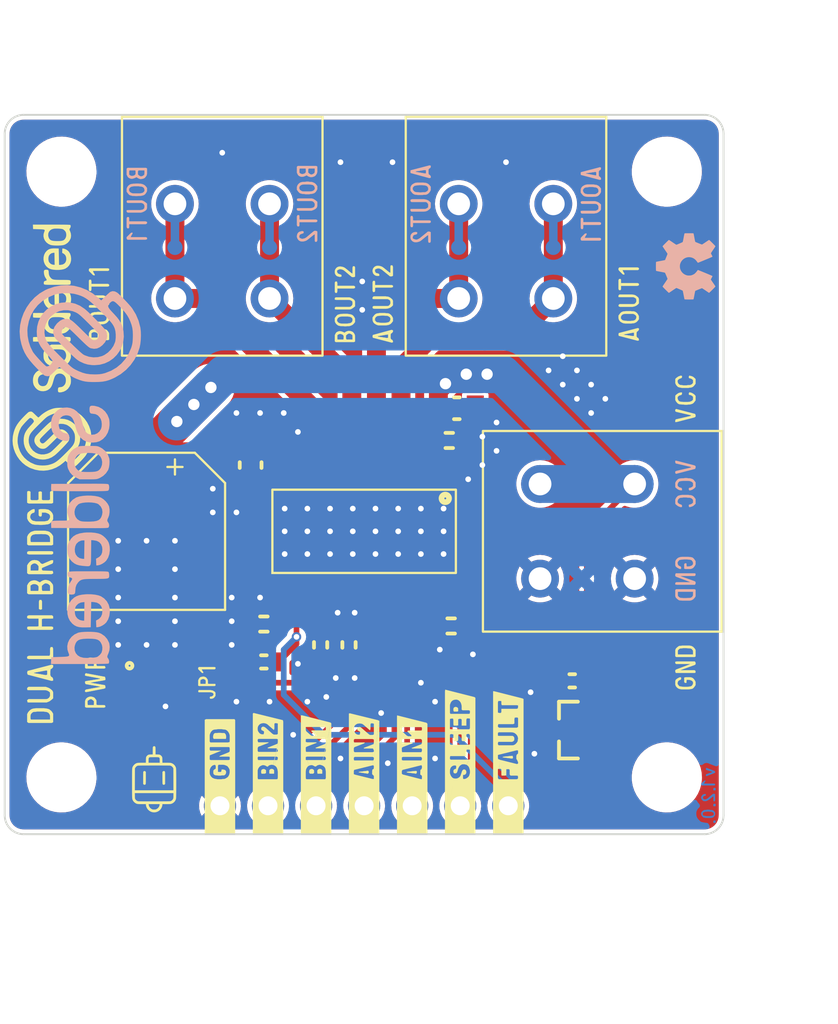
<source format=kicad_pcb>
(kicad_pcb (version 20211014) (generator pcbnew)
  (title_block (title "Dual H-bridge DRV8424PPWPR") (date "2022-12-13") (rev "V1.2.0.") (company "SOLDERED") (comment 1 "333160"))
  (layers (0 "F.Cu" signal) (31 "B.Cu" signal) (34 "B.Paste" user) (35 "F.Paste" user) (36 "B.SilkS" user "B.Silkscreen") (37 "F.SilkS" user "F.Silkscreen") (38 "B.Mask" user) (39 "F.Mask" user) (44 "Edge.Cuts" user))
  (net 0 "")
  (net 1 "VIN")
  (net 2 "GND")
  (net 3 "5V")
  (net 4 "Net-(C6-Pad2)")
  (net 5 "Net-(C6-Pad1)")
  (net 6 "Net-(D1-Pad1)")
  (net 7 "Net-(C4-Pad2)")
  (net 8 "AOUT1")
  (net 9 "AOUT2")
  (net 10 "BOUT2")
  (net 11 "BOUT1")
  (net 12 "~{SLEEP}")
  (net 13 "AIN1")
  (net 14 "AIN2")
  (net 15 "BIN1")
  (net 16 "BIN2")
  (net 17 "~{FAULT}")
  (net 18 "Net-(R3-Pad1)")
  (net 19 "Net-(JP1-Pad2)")
  (footprint "buzzardLabel" (layer "F.Cu") (at 124.08 130.4 90)
    (fp_text reference "" (at 0 0 90) (layer "F.SilkS") (effects (font (size 1.27 1.27))))
    (fp_text value "" (at 0 0 90) (layer "F.SilkS") (effects (font (size 1.27 1.27))))
  )
  (footprint "buzzardLabel" (layer "F.Cu") (at 118 102 90)
    (fp_text reference "" (at 0 0 90) (layer "F.SilkS") (effects (font (size 1.27 1.27))))
    (fp_text value "" (at 0 0 90) (layer "F.SilkS") (effects (font (size 1.27 1.27))))
  )
  (footprint "e-radionica.com footprinti:HOLE_3.2mm" (layer "F.Cu") (at 103 127)
    (fp_text reference "H2" hide)
    (fp_text value "HOLE_3.2mm" hide)
    (pad "" np_thru_hole circle locked (at 0 0) (size 3.2 3.2) (drill 3.2) (layers F&B.Cu *.Mask))
  )
  (footprint "buzzardLabel" (layer "F.Cu") (at 113.92 130.4 90)
    (fp_text reference "" (at 0 0 90) (layer "F.SilkS") (effects (font (size 1.27 1.27))))
    (fp_text value "" (at 0 0 90) (layer "F.SilkS") (effects (font (size 1.27 1.27))))
  )
  (footprint "e-radionica.com footprinti:0402LED" (layer "F.Cu") (at 106 122 90)
    (fp_text reference "D1")
    (fp_text value "purple")
    (pad "1" smd rect locked (at -0.55 0 180) (size 0.75 0.45) (layers "F.Cu" "F.Paste" "F.Mask") (net 6 "Net-(D1-Pad1)"))
    (pad "2" smd rect locked (at 0.55 0 180) (size 0.75 0.45) (layers "F.Cu" "F.Paste" "F.Mask") (net 2 "GND"))
  )
  (footprint "e-radionica.com footprinti:0402R" (layer "F.Cu") (at 107.5 122 -90)
    (fp_text reference "R1")
    (fp_text value "2k2")
    (pad "1" smd rect locked (at -0.5 0) (size 0.64 0.54) (layers "F.Cu" "F.Paste" "F.Mask") (net 19 "Net-(JP1-Pad2)"))
    (pad "2" smd rect locked (at 0.5 0) (size 0.64 0.54) (layers "F.Cu" "F.Paste" "F.Mask") (net 6 "Net-(D1-Pad1)"))
  )
  (footprint "buzzardLabel" (layer "F.Cu") (at 121.54 130.4 90)
    (fp_text reference "" (at 0 0 90) (layer "F.SilkS") (effects (font (size 1.27 1.27))))
    (fp_text value "" (at 0 0 90) (layer "F.SilkS") (effects (font (size 1.27 1.27))))
  )
  (footprint "e-radionica.com footprinti:FIDUCIAL_23" (layer "F.Cu") (at 135.8 114)
    (fp_text reference "FD1")
    (fp_text value "FIDUCIAL")
    (fp_circle (center 0 0) (end 1 0) (layer "F.Cu") (width 0.2) (fill none))
    (pad "1" smd circle locked (at 0 0) (size 1 1) (layers "F.Cu" "F.Paste" "F.Mask") (clearance 1.1))
  )
  (footprint "e-radionica.com footprinti:HTSSOP-28" (layer "F.Cu") (at 119 114 -90)
    (fp_text reference "U1")
    (fp_text value "DRV8424PPWPR")
    (pad "1" smd rect (at -2.9 -4.225 270) (size 1.5 0.45) (layers "F.Cu" "F.Paste" "F.Mask") (net 7 "Net-(C4-Pad2)"))
    (pad "2" smd rect (at -2.9 -3.575 270) (size 1.5 0.45) (layers "F.Cu" "F.Paste" "F.Mask") (net 1 "VIN"))
    (pad "3" smd rect (at -2.9 -2.925 270) (size 1.5 0.45) (layers "F.Cu" "F.Paste" "F.Mask") (net 2 "GND"))
    (pad "4" smd rect (at -2.9 -2.275 270) (size 1.5 0.45) (layers "F.Cu" "F.Paste" "F.Mask") (net 8 "AOUT1"))
    (pad "5" smd rect (at -2.9 -1.625 270) (size 1.5 0.45) (layers "F.Cu" "F.Paste" "F.Mask") (net 8 "AOUT1"))
    (pad "6" smd rect (at -2.9 -0.975 270) (size 1.5 0.45) (layers "F.Cu" "F.Paste" "F.Mask") (net 9 "AOUT2"))
    (pad "7" smd rect (at -2.9 -0.325 270) (size 1.5 0.45) (layers "F.Cu" "F.Paste" "F.Mask") (net 9 "AOUT2"))
    (pad "8" smd rect (at -2.9 0.325 270) (size 1.5 0.45) (layers "F.Cu" "F.Paste" "F.Mask") (net 10 "BOUT2"))
    (pad "9" smd rect (at -2.9 0.975 270) (size 1.5 0.45) (layers "F.Cu" "F.Paste" "F.Mask") (net 10 "BOUT2"))
    (pad "10" smd rect (at -2.9 1.625 270) (size 1.5 0.45) (layers "F.Cu" "F.Paste" "F.Mask") (net 11 "BOUT1"))
    (pad "11" smd rect (at -2.9 2.275 270) (size 1.5 0.45) (layers "F.Cu" "F.Paste" "F.Mask") (net 11 "BOUT1"))
    (pad "12" smd rect (at -2.9 2.925 270) (size 1.5 0.45) (layers "F.Cu" "F.Paste" "F.Mask") (net 2 "GND"))
    (pad "13" smd rect (at -2.9 3.575 270) (size 1.5 0.45) (layers "F.Cu" "F.Paste" "F.Mask") (net 1 "VIN"))
    (pad "14" smd rect (at -2.9 4.225 270) (size 1.5 0.45) (layers "F.Cu" "F.Paste" "F.Mask") (net 2 "GND"))
    (pad "15" smd rect (at 2.9 4.225 270) (size 1.5 0.45) (layers "F.Cu" "F.Paste" "F.Mask") (net 3 "5V"))
    (pad "16" smd rect (at 2.9 3.575 270) (size 1.5 0.45) (layers "F.Cu" "F.Paste" "F.Mask") (net 17 "~{FAULT}"))
    (pad "17" smd rect (at 2.9 2.925 270) (size 1.5 0.45) (layers "F.Cu" "F.Paste" "F.Mask") (net 18 "Net-(R3-Pad1)"))
    (pad "18" smd rect (at 2.9 2.275 270) (size 1.5 0.45) (layers "F.Cu" "F.Paste" "F.Mask") (net 18 "Net-(R3-Pad1)"))
    (pad "19" smd rect (at 2.9 1.625 270) (size 1.5 0.45) (layers "F.Cu" "F.Paste" "F.Mask") (net 2 "GND"))
    (pad "20" smd rect (at 2.9 0.975 270) (size 1.5 0.45) (layers "F.Cu" "F.Paste" "F.Mask") (net 2 "GND"))
    (pad "21" smd rect (at 2.9 0.325 270) (size 1.5 0.45) (layers "F.Cu" "F.Paste" "F.Mask") (net 2 "GND"))
    (pad "22" smd rect (at 2.9 -0.325 270) (size 1.5 0.45) (layers "F.Cu" "F.Paste" "F.Mask") (net 16 "BIN2"))
    (pad "23" smd rect (at 2.9 -0.975 270) (size 1.5 0.45) (layers "F.Cu" "F.Paste" "F.Mask") (net 15 "BIN1"))
    (pad "24" smd rect (at 2.9 -1.625 270) (size 1.5 0.45) (layers "F.Cu" "F.Paste" "F.Mask") (net 14 "AIN2"))
    (pad "25" smd rect (at 2.9 -2.275 270) (size 1.5 0.45) (layers "F.Cu" "F.Paste" "F.Mask") (net 13 "AIN1"))
    (pad "26" smd rect (at 2.9 -2.925 270) (size 1.5 0.45) (layers "F.Cu" "F.Paste" "F.Mask") (net 12 "~{SLEEP}"))
    (pad "27" smd rect (at 2.9 -3.575 270) (size 1.5 0.45) (layers "F.Cu" "F.Paste" "F.Mask") (net 5 "Net-(C6-Pad1)"))
    (pad "28" smd rect (at 2.9 -4.225 270) (size 1.5 0.45) (layers "F.Cu" "F.Paste" "F.Mask") (net 4 "Net-(C6-Pad2)"))
    (pad "29" thru_hole circle (at -1.2 0.6 270) (size 0.5 0.5) (drill 0.3) (layers *.Cu) (net 2 "GND"))
    (pad "29" thru_hole circle (at 1.2 -3 270) (size 0.5 0.5) (drill 0.3) (layers *.Cu) (net 2 "GND"))
    (pad "29" thru_hole circle (at 1.2 0.6 270) (size 0.5 0.5) (drill 0.3) (layers *.Cu) (net 2 "GND"))
    (pad "29" thru_hole circle (at 0 -3 270) (size 0.5 0.5) (drill 0.3) (layers *.Cu) (net 2 "GND"))
    (pad "29" thru_hole circle (at -1.2 1.8 270) (size 0.5 0.5) (drill 0.3) (layers *.Cu) (net 2 "GND"))
    (pad "29" thru_hole circle (at -1.2 3 270) (size 0.5 0.5) (drill 0.3) (layers *.Cu) (net 2 "GND"))
    (pad "29" thru_hole circle (at 0 -0.6 270) (size 0.5 0.5) (drill 0.3) (layers *.Cu) (net 2 "GND"))
    (pad "29" thru_hole circle (at 1.2 4.2 270) (size 0.5 0.5) (drill 0.3) (layers *.Cu) (net 2 "GND"))
    (pad "29" thru_hole circle (at 1.2 -4.2 270) (size 0.5 0.5) (drill 0.3) (layers *.Cu) (net 2 "GND"))
    (pad "29" thru_hole circle (at -1.2 4.2 270) (size 0.5 0.5) (drill 0.3) (layers *.Cu) (net 2 "GND"))
    (pad "29" thru_hole circle (at -1.2 -1.8 270) (size 0.5 0.5) (drill 0.3) (layers *.Cu) (net 2 "GND"))
    (pad "29" thru_hole circle (at 0 4.2 270) (size 0.5 0.5) (drill 0.3) (layers *.Cu) (net 2 "GND"))
    (pad "29" thru_hole circle (at 0 3 270) (size 0.5 0.5) (drill 0.3) (layers *.Cu) (net 2 "GND"))
    (pad "29" smd rect (at 0 0 270) (size 3.1 4.05) (layers "F.Cu" "F.Paste" "F.Mask") (net 2 "GND"))
    (pad "29" thru_hole circle (at 1.2 1.8 270) (size 0.5 0.5) (drill 0.3) (layers *.Cu) (net 2 "GND"))
    (pad "29" thru_hole circle (at 0 0.6 270) (size 0.5 0.5) (drill 0.3) (layers *.Cu) (net 2 "GND"))
    (pad "29" thru_hole circle (at 0 -1.8 270) (size 0.5 0.5) (drill 0.3) (layers *.Cu) (net 2 "GND"))
    (pad "29" thru_hole circle (at 0 1.8 270) (size 0.5 0.5) (drill 0.3) (layers *.Cu) (net 2 "GND"))
    (pad "29" thru_hole circle (at -1.2 -0.6 270) (size 0.5 0.5) (drill 0.3) (layers *.Cu) (net 2 "GND"))
    (pad "29" thru_hole circle (at -1.2 -3 270) (size 0.5 0.5) (drill 0.3) (layers *.Cu) (net 2 "GND"))
    (pad "29" thru_hole circle (at 0 -4.2 270) (size 0.5 0.5) (drill 0.3) (layers *.Cu) (net 2 "GND"))
    (pad "29" thru_hole circle (at 1.2 3 270) (size 0.5 0.5) (drill 0.3) (layers *.Cu) (net 2 "GND"))
    (pad "29" thru_hole circle (at 1.2 -0.6 270) (size 0.5 0.5) (drill 0.3) (layers *.Cu) (net 2 "GND"))
    (pad "29" thru_hole circle (at -1.2 -4.2 270) (size 0.5 0.5) (drill 0.3) (layers *.Cu) (net 2 "GND"))
    (pad "29" thru_hole circle (at 1.2 -1.8 270) (size 0.5 0.5) (drill 0.3) (layers *.Cu) (net 2 "GND"))
  )
  (footprint "buzzardLabel" (layer "F.Cu") (at 116.46 130.4 90)
    (fp_text reference "" (at 0 0 90) (layer "F.SilkS") (effects (font (size 1.27 1.27))))
    (fp_text value "" (at 0 0 90) (layer "F.SilkS") (effects (font (size 1.27 1.27))))
  )
  (footprint "e-radionica.com footprinti:HOLE_3.2mm" (layer "F.Cu") (at 135 127)
    (fp_text reference "H3" hide)
    (fp_text value "HOLE_3.2mm" hide)
    (pad "" np_thru_hole circle locked (at 0 0) (size 3.2 3.2) (drill 3.2) (layers F&B.Cu *.Mask))
  )
  (footprint "e-radionica.com footprinti:0603C" (layer "F.Cu") (at 123.6 119)
    (fp_text reference "C6")
    (fp_text value "C1608X7R2A223K080AA")
    (pad "1" smd rect locked (at -0.73 0) (size 0.66 1) (layers "F.Cu" "F.Paste" "F.Mask") (net 5 "Net-(C6-Pad1)"))
    (pad "2" smd rect locked (at 0.73 0) (size 0.66 1) (layers "F.Cu" "F.Paste" "F.Mask") (net 4 "Net-(C6-Pad2)"))
  )
  (footprint "Soldered Graphics:Logo-Back-OSH-3.5mm" (layer "F.Cu") (at 136 100 90)
    (fp_text reference "G***" hide)
    (fp_text value "LOGO" hide)
  )
  (footprint "e-radionica.com footprinti:0603R" (layer "F.Cu") (at 118.2 120 90)
    (fp_text reference "R4")
    (fp_text value "10k")
    (pad "1" smd rect locked (at -0.775 0 180) (size 1 0.64) (layers "F.Cu" "F.Paste" "F.Mask") (net 2 "GND"))
    (pad "2" smd rect locked (at 0.775 0 180) (size 1 0.64) (layers "F.Cu" "F.Paste" "F.Mask") (net 18 "Net-(R3-Pad1)"))
  )
  (footprint "buzzardLabel" (layer "F.Cu") (at 104.8 122 90)
    (fp_text reference "" (at 0 0 90) (layer "F.SilkS") (effects (font (size 1.27 1.27))))
    (fp_text value "" (at 0 0 90) (layer "F.SilkS") (effects (font (size 1.27 1.27))))
  )
  (footprint "Soldered Graphics:Symbol-Front-Motor" (layer "F.Cu") (at 107.9 127.1 180)
    (fp_text reference "G***" hide)
    (fp_text value "LOGO" hide)
  )
  (footprint "buzzardLabel" (layer "F.Cu") (at 101.9 118 90)
    (fp_text reference "" (at 0 0 90) (layer "F.SilkS") (effects (font (size 1.27 1.27))))
    (fp_text value "" (at 0 0 90) (layer "F.SilkS") (effects (font (size 1.27 1.27))))
  )
  (footprint "e-radionica.com footprinti:0603R" (layer "F.Cu") (at 116.7 120 -90)
    (fp_text reference "R3")
    (fp_text value "5k1")
    (pad "1" smd rect locked (at -0.775 0) (size 1 0.64) (layers "F.Cu" "F.Paste" "F.Mask") (net 18 "Net-(R3-Pad1)"))
    (pad "2" smd rect locked (at 0.775 0) (size 1 0.64) (layers "F.Cu" "F.Paste" "F.Mask") (net 3 "5V"))
  )
  (footprint "buzzardLabel" (layer "F.Cu") (at 136 107 90)
    (fp_text reference "" (at 0 0 90) (layer "F.SilkS") (effects (font (size 1.27 1.27))))
    (fp_text value "" (at 0 0 90) (layer "F.SilkS") (effects (font (size 1.27 1.27))))
  )
  (footprint "buzzardLabel" (layer "F.Cu") (at 110.7 122 90)
    (fp_text reference "" (at 0 0 90) (layer "F.SilkS") (effects (font (size 1.27 1.27))))
    (fp_text value "" (at 0 0 90) (layer "F.SilkS") (effects (font (size 1.27 1.27))))
  )
  (footprint "e-radionica.com footprinti:HOLE_3.2mm" (layer "F.Cu") (at 103 95)
    (fp_text reference "H1" hide)
    (fp_text value "HOLE_3.2mm" hide)
    (pad "" np_thru_hole circle locked (at 0 0) (size 3.2 3.2) (drill 3.2) (layers F&B.Cu *.Mask))
  )
  (footprint "e-radionica.com footprinti:SMD-JUMPER-CONNECTED_TRACE_SLODERMASK" (layer "F.Cu") (at 109.5 122 90)
    (fp_text reference "JP1")
    (fp_text value "SMD-JUMPER-CONNECTED_TRACE_SLODERMASK")
    (fp_poly (pts (xy 0.1 0.1) (xy -0.1 0.1) (xy -0.1 -0.1) (xy 0.1 -0.1)) (layer "F.Cu") (width 0.1) (fill solid))
    (pad "1" smd rect locked (at -0.35 0 90) (size 0.5 1) (layers "F.Cu" "F.Mask") (net 1 "VIN"))
    (pad "2" smd rect locked (at 0.35 0 90) (size 0.5 1) (layers "F.Cu" "F.Mask") (net 19 "Net-(JP1-Pad2)"))
  )
  (footprint "buzzardLabel" (layer "F.Cu") (at 133 102 90)
    (fp_text reference "" (at 0 0 90) (layer "F.SilkS") (effects (font (size 1.27 1.27))))
    (fp_text value "" (at 0 0 90) (layer "F.SilkS") (effects (font (size 1.27 1.27))))
  )
  (footprint "Soldered Graphics:Logo-Front-SolderedFULL-13mm" (layer "F.Cu") (at 102.5 104.3 90)
    (fp_text reference "REF**" hide)
    (fp_text value "Logo-Front-SolderedFULL-13mm" hide)
  )
  (footprint "e-radionica.com footprinti:ELECTROLITIC_CAP_8x8x14.5" (layer "F.Cu") (at 107.5 114 -90)
    (fp_text reference "C2")
    (fp_text value "VKMD1451K101MV")
    (pad "1" smd rect (at -3.3 0) (size 1.2 3.4) (layers "F.Cu" "F.Paste" "F.Mask") (net 1 "VIN"))
    (pad "2" smd rect (at 3.3 0) (size 1.2 3.4) (layers "F.Cu" "F.Paste" "F.Mask") (net 2 "GND"))
  )
  (footprint "buzzardLabel" (layer "F.Cu") (at 136 121.2 90)
    (fp_text reference "" (at 0 0 90) (layer "F.SilkS") (effects (font (size 1.27 1.27))))
    (fp_text value "" (at 0 0 90) (layer "F.SilkS") (effects (font (size 1.27 1.27))))
  )
  (footprint "e-radionica.com footprinti:0805C" (layer "F.Cu") (at 123.9 107.5 180)
    (fp_text reference "C3")
    (fp_text value "08051C103KAT2A")
    (pad "1" smd rect locked (at -0.975 0 270) (size 1.35 0.9) (layers "F.Cu" "F.Paste" "F.Mask") (net 2 "GND"))
    (pad "2" smd rect locked (at 0.975 0 270) (size 1.35 0.9) (layers "F.Cu" "F.Paste" "F.Mask") (net 1 "VIN"))
  )
  (footprint "buzzardLabel" (layer "F.Cu") (at 119 130.4 90)
    (fp_text reference "" (at 0 0 90) (layer "F.SilkS") (effects (font (size 1.27 1.27))))
    (fp_text value "" (at 0 0 90) (layer "F.SilkS") (effects (font (size 1.27 1.27))))
  )
  (footprint "buzzardLabel" (layer "F.Cu") (at 126.62 130.4 90)
    (fp_text reference "" (at 0 0 90) (layer "F.SilkS") (effects (font (size 1.27 1.27))))
    (fp_text value "" (at 0 0 90) (layer "F.SilkS") (effects (font (size 1.27 1.27))))
  )
  (footprint "buzzardLabel" (layer "F.Cu") (at 111.38 130.4 90)
    (fp_text reference "" (at 0 0 90) (layer "F.SilkS") (effects (font (size 1.27 1.27))))
    (fp_text value "" (at 0 0 90) (layer "F.SilkS") (effects (font (size 1.27 1.27))))
  )
  (footprint "e-radionica.com footprinti:0603R" (layer "F.Cu") (at 130 121.9)
    (fp_text reference "R5")
    (fp_text value "10k")
    (pad "1" smd rect locked (at -0.775 0 90) (size 1 0.64) (layers "F.Cu" "F.Paste" "F.Mask") (net 12 "~{SLEEP}"))
    (pad "2" smd rect locked (at 0.775 0 90) (size 1 0.64) (layers "F.Cu" "F.Paste" "F.Mask") (net 1 "VIN"))
  )
  (footprint "e-radionica.com footprinti:0603C" (layer "F.Cu") (at 113.7 118.9)
    (fp_text reference "C5")
    (fp_text value "100nF")
    (pad "1" smd rect locked (at -0.73 0) (size 0.66 1) (layers "F.Cu" "F.Paste" "F.Mask") (net 2 "GND"))
    (pad "2" smd rect locked (at 0.73 0) (size 0.66 1) (layers "F.Cu" "F.Paste" "F.Mask") (net 3 "5V"))
  )
  (footprint "e-radionica.com footprinti:HOLE_3.2mm" (layer "F.Cu") (at 135 95)
    (fp_text reference "H4" hide)
    (fp_text value "HOLE_3.2mm" hide)
    (pad "" np_thru_hole circle locked (at 0 0) (size 3.2 3.2) (drill 3.2) (layers F&B.Cu *.Mask))
  )
  (footprint "e-radionica.com footprinti:SOT-23-3" (layer "F.Cu") (at 130 124.5 180)
    (fp_text reference "D2")
    (fp_text value "MMBZ5226BLT1G")
    (pad "1" smd rect locked (at -1.2 -0.95 270) (size 0.6 1) (layers "F.Cu" "F.Paste" "F.Mask") (net 2 "GND"))
    (pad "2" smd rect locked (at -1.2 0.95 270) (size 0.6 1) (layers "F.Cu" "F.Paste" "F.Mask"))
    (pad "3" smd rect locked (at 1.2 0 270) (size 0.6 1) (layers "F.Cu" "F.Paste" "F.Mask") (net 12 "~{SLEEP}"))
  )
  (footprint "Soldered Graphics:Logo-Back-SolderedFULL-20mm" (layer "F.Cu") (at 104 111 90)
    (fp_text reference "REF**" hide)
    (fp_text value "Logo-Front-SolderedFULL-20mm" hide)
  )
  (footprint "e-radionica.com footprinti:0603R" (layer "F.Cu") (at 113.7 120.9 180)
    (fp_text reference "R2")
    (fp_text value "10k")
    (pad "1" smd rect locked (at -0.775 0 270) (size 1 0.64) (layers "F.Cu" "F.Paste" "F.Mask") (net 17 "~{FAULT}"))
    (pad "2" smd rect locked (at 0.775 0 270) (size 1 0.64) (layers "F.Cu" "F.Paste" "F.Mask") (net 3 "5V"))
  )
  (footprint "buzzardLabel" (layer "F.Cu") (at 120 102 90)
    (fp_text reference "" (at 0 0 90) (layer "F.SilkS") (effects (font (size 1.27 1.27))))
    (fp_text value "" (at 0 0 90) (layer "F.SilkS") (effects (font (size 1.27 1.27))))
  )
  (footprint "e-radionica.com footprinti:TERMINAL_KF235-5.0-2P" (layer "F.Cu") (at 126.5 99.2 180)
    (fp_text reference "K2")
    (fp_text value "TERMINAL_KF235-5.0-2P")
    (pad "1" thru_hole circle locked (at 2.5 2.5 180) (size 2 2) (drill 1.2) (layers *.Cu *.Mask) (net 9 "AOUT2"))
    (pad "1" thru_hole circle locked (at 2.5 -2.5 180) (size 2 2) (drill 1.2) (layers *.Cu *.Mask) (net 9 "AOUT2"))
    (pad "2" thru_hole circle locked (at -2.5 2.5 180) (size 2 2) (drill 1.2) (layers *.Cu *.Mask) (net 8 "AOUT1"))
    (pad "2" thru_hole circle locked (at -2.5 -2.5 180) (size 2 2) (drill 1.2) (layers *.Cu *.Mask) (net 8 "AOUT1"))
  )
  (footprint "e-radionica.com footprinti:TERMINAL_KF235-5.0-2P" (layer "F.Cu") (at 111.5 99.2 180)
    (fp_text reference "K3")
    (fp_text value "TERMINAL_KF235-5.0-2P")
    (pad "1" thru_hole circle (at 2.5 2.5 180) (size 2 2) (drill 1.2) (layers *.Cu *.Mask) (net 11 "BOUT1"))
    (pad "1" thru_hole circle (at 2.5 -2.5 180) (size 2 2) (drill 1.2) (layers *.Cu *.Mask) (net 11 "BOUT1"))
    (pad "2" thru_hole circle (at -2.5 2.5 180) (size 2 2) (drill 1.2) (layers *.Cu *.Mask) (net 10 "BOUT2"))
    (pad "2" thru_hole circle (at -2.5 -2.5 180) (size 2 2) (drill 1.2) (layers *.Cu *.Mask) (net 10 "BOUT2"))
  )
  (footprint "e-radionica.com footprinti:0805C" (layer "F.Cu") (at 113 110.5 90)
    (fp_text reference "C1")
    (fp_text value "08051C103KAT2A")
    (pad "1" smd rect locked (at -0.975 0 180) (size 1.35 0.9) (layers "F.Cu" "F.Paste" "F.Mask") (net 2 "GND"))
    (pad "2" smd rect locked (at 0.975 0 180) (size 1.35 0.9) (layers "F.Cu" "F.Paste" "F.Mask") (net 1 "VIN"))
  )
  (footprint "e-radionica.com footprinti:TERMINAL_KF235-5.0-2P" (layer "F.Cu") (at 130.8 114 90)
    (fp_text reference "K1")
    (fp_text value "TERMINAL_KF235-5.0-2P")
    (pad "1" thru_hole circle locked (at 2.5 2.5 90) (size 2 2) (drill 1.2) (layers *.Cu *.Mask) (net 1 "VIN"))
    (pad "1" thru_hole circle locked (at 2.5 -2.5 90) (size 2 2) (drill 1.2) (layers *.Cu *.Mask) (net 1 "VIN"))
    (pad "2" thru_hole circle locked (at -2.5 -2.5 90) (size 2 2) (drill 1.2) (layers *.Cu *.Mask) (net 2 "GND"))
    (pad "2" thru_hole circle locked (at -2.5 2.5 90) (size 2 2) (drill 1.2) (layers *.Cu *.Mask) (net 2 "GND"))
  )
  (footprint "buzzardLabel" (layer "F.Cu") (at 105 102 90)
    (fp_text reference "" (at 0 0 90) (layer "F.SilkS") (effects (font (size 1.27 1.27))))
    (fp_text value "" (at 0 0 90) (layer "F.SilkS") (effects (font (size 1.27 1.27))))
  )
  (footprint "e-radionica.com footprinti:0603C" (layer "F.Cu") (at 123.5 109.2)
    (fp_text reference "C4")
    (fp_text value "AC0603KRX7R9BB224")
    (pad "1" smd rect locked (at -0.73 0) (size 0.66 1) (layers "F.Cu" "F.Paste" "F.Mask") (net 1 "VIN"))
    (pad "2" smd rect locked (at 0.73 0) (size 0.66 1) (layers "F.Cu" "F.Paste" "F.Mask") (net 7 "Net-(C4-Pad2)"))
  )
  (footprint "buzzardLabel" (layer "B.Cu") (at 122 96.7 -90)
    (fp_text reference "" (at 0 0 90) (layer "B.SilkS") (effects (font (size 1.27 1.27)) (justify mirror)))
    (fp_text value "" (at 0 0 90) (layer "B.SilkS") (effects (font (size 1.27 1.27)) (justify mirror)))
  )
  (footprint "buzzardLabel" (layer "B.Cu") (at 116 96.7 -90)
    (fp_text reference "" (at 0 0 90) (layer "B.SilkS") (effects (font (size 1.27 1.27)) (justify mirror)))
    (fp_text value "" (at 0 0 90) (layer "B.SilkS") (effects (font (size 1.27 1.27)) (justify mirror)))
  )
  (footprint "buzzardLabel" (layer "B.Cu") (at 136 111.5 -90)
    (fp_text reference "" (at 0 0 90) (layer "B.SilkS") (effects (font (size 1.27 1.27)) (justify mirror)))
    (fp_text value "" (at 0 0 90) (layer "B.SilkS") (effects (font (size 1.27 1.27)) (justify mirror)))
  )
  (footprint "e-radionica.com footprinti:Test_Point_SMD_0.8mm" (layer "B.Cu") (at 130.5 116.5 180)
    (fp_text reference "K17")
    (fp_text value "Test_Point_SMD_0.8mm")
    (pad "TP" smd circle (at 0 0 180) (size 0.8 0.8) (layers "B.Cu" "B.Paste" "B.Mask") (net 2 "GND"))
  )
  (footprint "e-radionica.com footprinti:Test_Point_SMD_0.8mm" (layer "B.Cu") (at 124 99 180)
    (fp_text reference "K11")
    (fp_text value "Test_Point_SMD_0.8mm")
    (pad "TP" smd circle (at 0 0 180) (size 0.8 0.8) (layers "B.Cu" "B.Paste" "B.Mask") (net 9 "AOUT2"))
  )
  (footprint "buzzardLabel" (layer "B.Cu") (at 131 96.7 -90)
    (fp_text reference "" (at 0 0 90) (layer "B.SilkS") (effects (font (size 1.27 1.27)) (justify mirror)))
    (fp_text value "" (at 0 0 90) (layer "B.SilkS") (effects (font (size 1.27 1.27)) (justify mirror)))
  )
  (footprint "e-radionica.com footprinti:Test_Point_SMD_0.8mm" (layer "B.Cu") (at 109 99 180)
    (fp_text reference "K10")
    (fp_text value "Test_Point_SMD_0.8mm")
    (pad "TP" smd circle (at 0 0 180) (size 0.8 0.8) (layers "B.Cu" "B.Paste" "B.Mask") (net 11 "BOUT1"))
  )
  (footprint "buzzardLabel" (layer "B.Cu") (at 136 116.5 -90)
    (fp_text reference "" (at 0 0 90) (layer "B.SilkS") (effects (font (size 1.27 1.27)) (justify mirror)))
    (fp_text value "" (at 0 0 90) (layer "B.SilkS") (effects (font (size 1.27 1.27)) (justify mirror)))
  )
  (footprint "e-radionica.com footprinti:Test_Point_SMD_0.8mm" (layer "B.Cu") (at 129 99 180)
    (fp_text reference "K12")
    (fp_text value "Test_Point_SMD_0.8mm")
    (pad "TP" smd circle (at 0 0 180) (size 0.8 0.8) (layers "B.Cu" "B.Paste" "B.Mask") (net 8 "AOUT1"))
  )
  (footprint "buzzardLabel" (layer "B.Cu") (at 107 96.7 -90)
    (fp_text reference "" (at 0 0 90) (layer "B.SilkS") (effects (font (size 1.27 1.27)) (justify mirror)))
    (fp_text value "" (at 0 0 90) (layer "B.SilkS") (effects (font (size 1.27 1.27)) (justify mirror)))
  )
  (footprint "e-radionica.com footprinti:HEADER_MALE_7X1" (layer "B.Cu") (at 119 128.5)
    (fp_text reference "K4")
    (fp_text value "HEADER_MALE_7X1")
    (pad "1" thru_hole circle locked (at -7.62 0) (size 1.7 1.7) (drill 1) (layers *.Cu *.Mask) (net 2 "GND"))
    (pad "2" thru_hole circle locked (at -5.08 0) (size 1.7 1.7) (drill 1) (layers *.Cu *.Mask) (net 16 "BIN2"))
    (pad "3" thru_hole circle locked (at -2.54 0) (size 1.7 1.7) (drill 1) (layers *.Cu *.Mask) (net 15 "BIN1"))
    (pad "4" thru_hole circle locked (at 0 0) (size 1.7 1.7) (drill 1) (layers *.Cu *.Mask) (net 14 "AIN2"))
    (pad "5" thru_hole circle locked (at 2.54 0) (size 1.7 1.7) (drill 1) (layers *.Cu *.Mask) (net 13 "AIN1"))
    (pad "6" thru_hole circle locked (at 5.08 0) (size 1.7 1.7) (drill 1) (layers *.Cu *.Mask) (net 12 "~{SLEEP}"))
    (pad "7" thru_hole circle locked (at 7.62 0) (size 1.7 1.7) (drill 1) (layers *.Cu *.Mask) (net 17 "~{FAULT}"))
  )
  (footprint "e-radionica.com footprinti:Test_Point_SMD_0.8mm" (layer "B.Cu") (at 114 99 180)
    (fp_text reference "K9")
    (fp_text value "Test_Point_SMD_0.8mm")
    (pad "TP" smd circle (at 0 0 180) (size 0.8 0.8) (layers "B.Cu" "B.Paste" "B.Mask") (net 10 "BOUT2"))
  )
  (footprint "e-radionica.com footprinti:Test_Point_SMD_0.8mm" (layer "B.Cu") (at 130.5 111.5 180)
    (fp_text reference "K13")
    (fp_text value "Test_Point_SMD_0.8mm")
    (pad "TP" smd circle (at 0 0 180) (size 0.8 0.8) (layers "B.Cu" "B.Paste" "B.Mask") (net 1 "VIN"))
  )
  (footprint "Soldered Graphics:Version1.2.0." (layer "B.Cu") (at 137.2 128 -90)
    (fp_text reference "REF**" hide)
    (fp_text value "Version1.2.0." hide)
    (fp_poly (pts (xy 0.41 -0.38) (xy 0.47 -0.38) (xy 0.52 -0.37) (xy 0.52 -0.33) (xy 0.52 -0.27) (xy 0.48 -0.26) (xy 0.43 -0.26) (xy 0.4 -0.29) (xy 0.4 -0.34) (xy 0.41 -0.38)) (layer "B.Cu") (width 0.01) (fill solid))
    (fp_poly (pts (xy -0.11 -0.35) (xy 0.22 -0.35) (xy 0.26 -0.33) (xy 0.26 -0.28) (xy 0.22 -0.27) (xy 0 -0.27) (xy 0.01 -0.23) (xy 0.18 -0.02) (xy 0.21 0.03) (xy 0.23 0.08) (xy 0.25 0.13) (xy 0.25 0.18) (xy 0.25 0.24) (xy 0.23 0.29) (xy 0.2 0.32) (xy 0.15 0.36) (xy 0.1 0.38) (xy 0.04 0.38) (xy -0.01 0.36) (xy -0.06 0.32) (xy -0.09 0.29) (xy -0.11 0.24) (xy -0.12 0.19) (xy -0.11 0.14) (xy -0.05 0.14) (xy -0.03 0.18) (xy -0.02 0.23) (xy 0.01 0.27) (xy 0.06 0.29) (xy 0.11 0.29) (xy 0.15 0.24) (xy 0.16 0.19) (xy 0.16 0.14) (xy 0.14 0.09) (xy 0.11 0.04) (xy -0.1 -0.21) (xy -0.13 -0.26) (xy -0.13 -0.31) (xy -0.11 -0.35)) (layer "B.Cu") (width 0.01) (fill solid))
    (fp_poly (pts (xy 0.92 -0.35) (xy 0.97 -0.35) (xy 1.03 -0.33) (xy 0.99 -0.28) (xy 0.89 -0.28) (xy 0.85 -0.25) (xy 0.83 -0.2) (xy 0.81 -0.15) (xy 0.81 -0.11) (xy 0.8 0.01) (xy 0.81 0.13) (xy 0.81 0.17) (xy 0.83 0.22) (xy 0.85 0.27) (xy 0.88 0.3) (xy 0.99 0.3) (xy 1.02 0.26) (xy 1.03 0.21) (xy 1.04 0.15) (xy 1.05 0.05) (xy 1.05 -0.08) (xy 1.04 -0.12) (xy 1.04 -0.17) (xy 1.02 -0.22) (xy 1 -0.27) (xy 0.99 -0.28) (xy 1.03 -0.32) (xy 1.07 -0.29) (xy 1.1 -0.26) (xy 1.12 -0.22) (xy 1.13 -0.16) (xy 1.14 -0.11) (xy 1.14 -0.06) (xy 1.14 0.06) (xy 1.14 0.12) (xy 1.13 0.17) (xy 1.12 0.22) (xy 1.11 0.27) (xy 1.08 0.3) (xy 1.04 0.34) (xy 0.99 0.37) (xy 0.94 0.38) (xy 0.88 0.38) (xy 0.82 0.35) (xy 0.78 0.31) (xy 0.76 0.28) (xy 0.73 0.23) (xy 0.72 0.18) (xy 0.72 0.13) (xy 0.71 0.08) (xy 0.71 -0.04) (xy 0.72 -0.1) (xy 0.72 -0.14) (xy 0.73 -0.2) (xy 0.75 -0.25) (xy 0.77 -0.28) (xy 0.81 -0.32) (xy 0.87 -0.35) (xy 0.92 -0.35)) (layer "B.Cu") (width 0.01) (fill solid))
    (fp_poly (pts (xy 1.29 -0.38) (xy 1.34 -0.38) (xy 1.39 -0.37) (xy 1.4 -0.33) (xy 1.4 -0.27) (xy 1.36 -0.26) (xy 1.31 -0.26) (xy 1.28 -0.29) (xy 1.28 -0.34) (xy 1.29 -0.38)) (layer "B.Cu") (width 0.01) (fill solid))
    (fp_poly (pts (xy -0.43 -0.38) (xy -0.37 -0.38) (xy -0.32 -0.37) (xy -0.32 -0.33) (xy -0.32 -0.27) (xy -0.36 -0.26) (xy -0.41 -0.26) (xy -0.44 -0.29) (xy -0.44 -0.34) (xy -0.43 -0.38)) (layer "B.Cu") (width 0.01) (fill solid))
    (fp_poly (pts (xy -0.65 -0.35) (xy -0.6 -0.35) (xy -0.58 -0.31) (xy -0.58 0.35) (xy -0.62 0.38) (xy -0.67 0.38) (xy -0.71 0.34) (xy -0.82 0.22) (xy -0.84 0.17) (xy -0.81 0.16) (xy -0.71 0.22) (xy -0.67 0.23) (xy -0.67 -0.31) (xy -0.65 -0.35)) (layer "B.Cu") (width 0.01) (fill solid))
    (fp_poly (pts (xy -1.31 -0.35) (xy -1.25 -0.35) (xy -1.23 -0.31) (xy -1.07 0.1) (xy -1.09 0.13) (xy -1.15 0.13) (xy -1.17 0.1) (xy -1.26 -0.16) (xy -1.28 -0.21) (xy -1.31 -0.17) (xy -1.39 0.09) (xy -1.42 0.13) (xy -1.47 0.13) (xy -1.5 0.1) (xy -1.34 -0.31) (xy -1.31 -0.35)) (layer "B.Cu") (width 0.01) (fill solid))
  )
  (gr_line (start 138 93) (end 138 129) (layer "Edge.Cuts") (width 0.1))
  (gr_arc (start 138 129) (mid 137.707107 129.707107) (end 137 130) (layer "Edge.Cuts") (width 0.1))
  (gr_arc (start 137 92) (mid 137.707107 92.292893) (end 138 93) (layer "Edge.Cuts") (width 0.1))
  (gr_line (start 137 130) (end 101 130) (layer "Edge.Cuts") (width 0.1))
  (gr_line (start 101 92) (end 137 92) (layer "Edge.Cuts") (width 0.1))
  (gr_arc (start 101 130) (mid 100.292893 129.707107) (end 100 129) (layer "Edge.Cuts") (width 0.1))
  (gr_arc (start 100 93) (mid 100.292893 92.292893) (end 101 92) (layer "Edge.Cuts") (width 0.1))
  (gr_line (start 100 129) (end 100 93) (layer "Edge.Cuts") (width 0.1))
  (segment (start 109.5 123.3) (end 108.8 124) (width 0.3) (layer "F.Cu") (net 1))
  (segment (start 113.025 109.5) (end 113 109.525) (width 0.45) (layer "F.Cu") (net 1))
  (segment (start 105.5 124) (end 104.4 122.9) (width 0.3) (layer "F.Cu") (net 1))
  (segment (start 122.575 111.1) (end 122.575 109.295) (width 0.45) (layer "F.Cu") (net 1))
  (segment (start 110.9 106.4) (end 107.5 109.8) (width 2) (layer "F.Cu") (net 1))
  (segment (start 114.8 109.5) (end 113.025 109.5) (width 0.45) (layer "F.Cu") (net 1))
  (segment (start 130.775 121.9) (end 130.775 114.025) (width 0.3) (layer "F.Cu") (net 1))
  (segment (start 104.4 113.8) (end 107.5 110.7) (width 0.3) (layer "F.Cu") (net 1))
  (segment (start 115.425 111.1) (end 115.425 110.125) (width 0.45) (layer "F.Cu") (net 1))
  (segment (start 113 109.525) (end 108.675 109.525) (width 0.45) (layer "F.Cu") (net 1))
  (segment (start 107.5 109.8) (end 107.5 110.7) (width 2) (layer "F.Cu") (net 1))
  (segment (start 122.77 109.2) (end 122.77 108.33) (width 0.8) (layer "F.Cu") (net 1))
  (segment (start 109.5 122.35) (end 109.5 123.3) (width 0.3) (layer "F.Cu") (net 1))
  (segment (start 122.575 109.295) (end 122.67 109.2) (width 0.45) (layer "F.Cu") (net 1))
  (segment (start 115.425 110.125) (end 114.8 109.5) (width 0.45) (layer "F.Cu") (net 1))
  (segment (start 104.4 122.9) (end 104.4 113.8) (width 0.3) (layer "F.Cu") (net 1))
  (segment (start 122.77 108.33) (end 122.925 108.175) (width 0.8) (layer "F.Cu") (net 1))
  (segment (start 123.8 105.7) (end 122.925 106.575) (width 1) (layer "F.Cu") (net 1))
  (segment (start 108.675 109.525) (end 107.5 110.7) (width 0.45) (layer "F.Cu") (net 1))
  (segment (start 125.5 105.7) (end 123.8 105.7) (width 1) (layer "F.Cu") (net 1))
  (segment (start 122.925 106.575) (end 122.925 107.5) (width 1) (layer "F.Cu") (net 1))
  (segment (start 122.925 108.175) (end 122.925 107.5) (width 0.8) (layer "F.Cu") (net 1))
  (segment (start 130.775 114.025) (end 133.3 111.5) (width 0.3) (layer "F.Cu") (net 1))
  (segment (start 108.8 124) (end 105.5 124) (width 0.3) (layer "F.Cu") (net 1))
  (via (at 123.3 106.2) (size 0.8) (drill 0.6) (layers "F.Cu" "B.Cu") (net 1))
  (via (at 110 107.3) (size 0.8) (drill 0.6) (layers "F.Cu" "B.Cu") (net 1))
  (via (at 109.1 108.2) (size 0.8) (drill 0.6) (layers "F.Cu" "B.Cu") (net 1))
  (via (at 124.4 105.7) (size 0.8) (drill 0.6) (layers "F.Cu" "B.Cu") (net 1))
  (via (at 110.9 106.4) (size 0.8) (drill 0.6) (layers "F.Cu" "B.Cu") (net 1))
  (via (at 125.5 105.7) (size 0.8) (drill 0.6) (layers "F.Cu" "B.Cu") (net 1))
  (segment (start 125.2 105.7) (end 111.6 105.7) (width 2) (layer "B.Cu") (net 1))
  (segment (start 126.3 105.7) (end 125.5 105.7) (width 2) (layer "B.Cu") (net 1))
  (segment (start 111.6 105.7) (end 110.9 106.4) (width 2) (layer "B.Cu") (net 1))
  (segment (start 110 107.3) (end 109.1 108.2) (width 2) (layer "B.Cu") (net 1))
  (segment (start 133.3 111.5) (end 132.1 111.5) (width 2) (layer "B.Cu") (net 1))
  (segment (start 133.3 111.5) (end 128.3 111.5) (width 2) (layer "B.Cu") (net 1))
  (segment (start 110.9 106.4) (end 110 107.3) (width 2) (layer "B.Cu") (net 1))
  (segment (start 132.1 111.5) (end 126.3 105.7) (width 2) (layer "B.Cu") (net 1))
  (via (at 108.5 123.25) (size 0.5) (drill 0.3) (layers "F.Cu" "B.Cu") (net 2))
  (via (at 109 116) (size 0.5) (drill 0.3) (layers "F.Cu" "B.Cu") (net 2))
  (via (at 117.5 121.75) (size 0.5) (drill 0.3) (layers "F.Cu" "B.Cu") (net 2))
  (via (at 106 117.5) (size 0.5) (drill 0.3) (layers "F.Cu" "B.Cu") (net 2))
  (via (at 126 108.25) (size 0.5) (drill 0.3) (layers "F.Cu" "B.Cu") (net 2))
  (via (at 125.25 109) (size 0.5) (drill 0.3) (layers "F.Cu" "B.Cu") (net 2))
  (via (at 115.25 124.75) (size 0.5) (drill 0.3) (layers "F.Cu" "B.Cu") (net 2))
  (via (at 106 120) (size 0.5) (drill 0.3) (layers "F.Cu" "B.Cu") (net 2))
  (via (at 115.5 108.75) (size 0.5) (drill 0.3) (layers "F.Cu" "B.Cu") (net 2))
  (via (at 119.9 123.6) (size 0.5) (drill 0.3) (layers "F.Cu" "B.Cu") (net 2))
  (via (at 107.5 114.5) (size 0.5) (drill 0.3) (layers "F.Cu" "B.Cu") (net 2))
  (via (at 117.75 126) (size 0.5) (drill 0.3) (layers "F.Cu" "B.Cu") (net 2))
  (via (at 117.75 94.5) (size 0.5) (drill 0.3) (layers "F.Cu" "B.Cu") (net 2))
  (via (at 130.25 107) (size 0.5) (drill 0.3) (layers "F.Cu" "B.Cu") (net 2))
  (via (at 131.75 107) (size 0.5) (drill 0.3) (layers "F.Cu" "B.Cu") (net 2))
  (via (at 131 106.25) (size 0.5) (drill 0.3) (layers "F.Cu" "B.Cu") (net 2))
  (via (at 120.5 94.5) (size 0.5) (drill 0.3) (layers "F.Cu" "B.Cu") (net 2))
  (via (at 125.25 110.5) (size 0.5) (drill 0.3) (layers "F.Cu" "B.Cu") (net 2))
  (via (at 120.25 126.25) (size 0.5) (drill 0.3) (layers "F.Cu" "B.Cu") (net 2))
  (via (at 106 118.75) (size 0.5) (drill 0.3) (layers "F.Cu" "B.Cu") (net 2))
  (via (at 113.5 117.5) (size 0.5) (drill 0.3) (layers "F.Cu" "B.Cu") (net 2))
  (via (at 112.25 113) (size 0.5) (drill 0.3) (layers "F.Cu" "B.Cu") (net 2))
  (via (at 128.75 105.5) (size 0.5) (drill 0.3) (layers "F.Cu" "B.Cu") (net 2))
  (via (at 128 125.75) (size 0.5) (drill 0.3) (layers "F.Cu" "B.Cu") (net 2))
  (via (at 107.5 120) (size 0.5) (drill 0.3) (layers "F.Cu" "B.Cu") (net 2))
  (via (at 109 117.5) (size 0.5) (drill 0.3) (layers "F.Cu" "B.Cu") (net 2))
  (via (at 112 118.75) (size 0.5) (drill 0.3) (layers "F.Cu" "B.Cu") (net 2))
  (via (at 130.25 105.5) (size 0.5) (drill 0.3) (layers "F.Cu" "B.Cu") (net 2))
  (via (at 114 123) (size 0.5) (drill 0.3) (layers "F.Cu" "B.Cu") (net 2))
  (via (at 117.6 118.3) (size 0.5) (drill 0.3) (layers "F.Cu" "B.Cu") (net 2))
  (via (at 118.9 102.3) (size 0.5) (drill 0.3) (layers "F.Cu" "B.Cu") (net 2))
  (via (at 129.5 104.75) (size 0.5) (drill 0.3) (layers "F.Cu" "B.Cu") (net 2))
  (via (at 112.25 123) (size 0.5) (drill 0.3) (layers "F.Cu" "B.Cu") (net 2))
  (via (at 126.5 94.5) (size 0.5) (drill 0.3) (layers "F.Cu" "B.Cu") (net 2))
  (via (at 106 114.5) (size 0.5) (drill 0.3) (layers "F.Cu" "B.Cu") (net 2))
  (via (at 124.5 111.25) (size 0.5) (drill 0.3) (layers "F.Cu" "B.Cu") (net 2))
  (via (at 123 120.25) (size 0.5) (drill 0.3) (layers "F.Cu" "B.Cu") (net 2))
  (via (at 122.75 126) (size 0.5) (drill 0.3) (layers "F.Cu" "B.Cu") (net 2))
  (via (at 112.25 107.75) (size 0.5) (drill 0.3) (layers "F.Cu" "B.Cu") (net 2))
  (via (at 118.9 100.8) (size 0.5) (drill 0.3) (layers "F.Cu" "B.Cu") (net 2))
  (via (at 122.75 123) (size 0.5) (drill 0.3) (layers "F.Cu" "B.Cu") (net 2))
  (via (at 111 111.75) (size 0.5) (drill 0.3) (layers "F.Cu" "B.Cu") (net 2))
  (via (at 122 122) (size 0.5) (drill 0.3) (layers "F.Cu" "B.Cu") (net 2))
  (via (at 112 120) (size 0.5) (drill 0.3) (layers "F.Cu" "B.Cu") (net 2))
  (via (at 115.5 121) (size 0.5) (drill 0.3) (layers "F.Cu" "B.Cu") (net 2))
  (via (at 117 122.75) (size 0.5) (drill 0.3) (layers "F.Cu" "B.Cu") (net 2))
  (via (at 126 109.75) (size 0.5) (drill 0.3) (layers "F.Cu" "B.Cu") (net 2))
  (via (at 124.75 120.5) (size 0.5) (drill 0.3) (layers "F.Cu" "B.Cu") (net 2))
  (via (at 129.5 106.25) (size 0.5) (drill 0.3) (layers "F.Cu" "B.Cu") (net 2))
  (via (at 118.5 118.3) (size 0.5) (drill 0.3) (layers "F.Cu" "B.Cu") (net 2))
  (via (at 131 107.75) (size 0.5) (drill 0.3) (layers "F.Cu" "B.Cu") (net 2))
  (via (at 106 116) (size 0.5) (drill 0.3) (layers "F.Cu" "B.Cu") (net 2))
  (via (at 113.5 107.75) (size 0.5) (drill 0.3) (layers "F.Cu" "B.Cu") (net 2))
  (via (at 118.5 121.75) (size 0.5) (drill 0.3) (layers "F.Cu" "B.Cu") (net 2))
  (via (at 127.8 122.5) (size 0.5) (drill 0.3) (layers "F.Cu" "B.Cu") (net 2))
  (via (at 111 113) (size 0.5) (drill 0.3) (layers "F.Cu" "B.Cu") (net 2))
  (via (at 111.5 94) (size 0.5) (drill 0.3) (layers "F.Cu" "B.Cu") (net 2))
  (via (at 114.75 107.75) (size 0.5) (drill 0.3) (layers "F.Cu" "B.Cu") (net 2))
  (via (at 109 120) (size 0.5) (drill 0.3) (layers "F.Cu" "B.Cu") (net 2))
  (via (at 109 114.5) (size 0.5) (drill 0.3) (layers "F.Cu" "B.Cu") (net 2))
  (via (at 109 118.75) (size 0.5) (drill 0.3) (layers "F.Cu" "B.Cu") (net 2))
  (via (at 116 123) (size 0.5) (drill 0.3) (layers "F.Cu" "B.Cu") (net 2))
  (via (at 112 117.5) (size 0.5) (drill 0.3) (layers "F.Cu" "B.Cu") (net 2))
  (segment (start 114.775 116.9) (end 114.775 118.555) (width 0.3) (layer "F.Cu") (net 3))
  (segment (start 116 122) (end 116.7 121.3) (width 0.3) (layer "F.Cu") (net 3))
  (segment (start 112.925 120.74) (end 114.43 119.235) (width 0.3) (layer "F.Cu") (net 3))
  (segment (start 113.4 122) (end 116 122) (width 0.3) (layer "F.Cu") (net 3))
  (segment (start 112.925 121.525) (end 113.4 122) (width 0.3) (layer "F.Cu") (net 3))
  (segment (start 114.43 119.235) (end 114.43 118.9) (width 0.3) (layer "F.Cu") (net 3))
  (segment (start 112.925 120.9) (end 112.925 120.74) (width 0.3) (layer "F.Cu") (net 3))
  (segment (start 114.775 118.555) (end 114.43 118.9) (width 0.3) (layer "F.Cu") (net 3))
  (segment (start 116.7 121.3) (end 116.7 120.775) (width 0.3) (layer "F.Cu") (net 3))
  (segment (start 112.925 120.9) (end 112.925 121.525) (width 0.3) (layer "F.Cu") (net 3))
  (segment (start 124.33 118.53) (end 124.33 119) (width 0.45) (layer "F.Cu") (net 4))
  (segment (start 123.225 116.9) (end 123.225 117.425) (width 0.45) (layer "F.Cu") (net 4))
  (segment (start 123.225 117.425) (end 124.33 118.53) (width 0.45) (layer "F.Cu") (net 4))
  (segment (start 122.575 118.705) (end 122.87 119) (width 0.45) (layer "F.Cu") (net 5))
  (segment (start 122.575 116.9) (end 122.575 118.705) (width 0.45) (layer "F.Cu") (net 5))
  (segment (start 107.45 122.55) (end 107.5 122.5) (width 0.3) (layer "F.Cu") (net 6))
  (segment (start 106 122.55) (end 107.45 122.55) (width 0.3) (layer "F.Cu") (net 6))
  (segment (start 124.13 109.77) (end 124.13 109.2) (width 0.45) (layer "F.Cu") (net 7))
  (segment (start 123.225 110.675) (end 124.13 109.77) (width 0.45) (layer "F.Cu") (net 7))
  (segment (start 123.225 111.1) (end 123.225 110.675) (width 0.45) (layer "F.Cu") (net 7))
  (segment (start 120.95 105.35) (end 120.95 109.2) (width 1) (layer "F.Cu") (net 8))
  (segment (start 122.6 103.7) (end 120.95 105.35) (width 1) (layer "F.Cu") (net 8))
  (segment (start 127 103.7) (end 122.6 103.7) (width 1) (layer "F.Cu") (net 8))
  (segment (start 129 96.7) (end 129 101.7) (width 1) (layer "F.Cu") (net 8))
  (segment (start 129 101.7) (end 127 103.7) (width 1) (layer "F.Cu") (net 8))
  (segment (start 129 99) (end 129 96.7) (width 0.45) (layer "B.Cu") (net 8))
  (segment (start 119.65 103.25) (end 119.65 109.25) (width 1) (layer "F.Cu") (net 9))
  (segment (start 124 101.7) (end 121.2 101.7) (width 1) (layer "F.Cu") (net 9))
  (segment (start 124 101.7) (end 124 96.7) (width 1) (layer "F.Cu") (net 9))
  (segment (start 121.2 101.7) (end 119.65 103.25) (width 1) (layer "F.Cu") (net 9))
  (segment (start 124 99) (end 124 96.7) (width 0.45) (layer "B.Cu") (net 9))
  (segment (start 118.35 106.05) (end 118.35 109.2) (width 1) (layer "F.Cu") (net 10))
  (segment (start 114 101.7) (end 114 96.7) (width 1) (layer "F.Cu") (net 10))
  (segment (start 114 101.7) (end 118.35 106.05) (width 1) (layer "F.Cu") (net 10))
  (segment (start 114 99) (end 114 96.7) (width 0.45) (layer "B.Cu") (net 10))
  (segment (start 109 101.7) (end 110.5 101.7) (width 1) (layer "F.Cu") (net 11))
  (segment (start 110.5 101.7) (end 117.05 108.25) (width 1) (layer "F.Cu") (net 11))
  (segment (start 109 101.7) (end 109 96.7) (width 1) (layer "F.Cu") (net 11))
  (segment (start 117.05 108.25) (end 117.05 109.2) (width 1) (layer "F.Cu") (net 11))
  (segment (start 109 99) (end 109 96.7) (width 0.45) (layer "B.Cu") (net 11))
  (segment (start 121.925 120.925) (end 123 122) (width 0.3) (layer "F.Cu") (net 12))
  (segment (start 121.925 116.9) (end 121.925 120.925) (width 0.3) (layer "F.Cu") (net 12))
  (segment (start 125.5 124.5) (end 128.8 124.5) (width 0.3) (layer "F.Cu") (net 12))
  (segment (start 123 122) (end 124 123) (width 0.3) (layer "F.Cu") (net 12))
  (segment (start 124.08 123.08) (end 124 123) (width 0.3) (layer "F.Cu") (net 12))
  (segment (start 124.08 128.5) (end 124.08 123.08) (width 0.3) (layer "F.Cu") (net 12))
  (segment (start 128.8 122.325) (end 129.225 121.9) (width 0.3) (layer "F.Cu") (net 12))
  (segment (start 124 123) (end 125.5 124.5) (width 0.3) (layer "F.Cu") (net 12))
  (segment (start 128.8 124.5) (end 128.8 122.325) (width 0.3) (layer "F.Cu") (net 12))
  (segment (start 121.275 116.9) (end 121.275 128.235) (width 0.3) (layer "F.Cu") (net 13))
  (segment (start 121.275 128.235) (end 121.54 128.5) (width 0.3) (layer "F.Cu") (net 13))
  (segment (start 120.6 124.9) (end 119 126.5) (width 0.3) (layer "F.Cu") (net 14))
  (segment (start 120.625 116.9) (end 120.625 117.675) (width 0.3) (layer "F.Cu") (net 14))
  (segment (start 119 126.5) (end 119 128.5) (width 0.3) (layer "F.Cu") (net 14))
  (segment (start 120.6 117.7) (end 120.6 124.9) (width 0.3) (layer "F.Cu") (net 14))
  (segment (start 120.625 117.675) (end 120.6 117.7) (width 0.3) (layer "F.Cu") (net 14))
  (segment (start 116.46 126.04) (end 116.46 128.5) (width 0.3) (layer "F.Cu") (net 15))
  (segment (start 119.975 122.525) (end 116.46 126.04) (width 0.3) (layer "F.Cu") (net 15))
  (segment (start 119.975 116.9) (end 119.975 122.525) (width 0.3) (layer "F.Cu") (net 15))
  (segment (start 119.325 122.175) (end 113.92 127.58) (width 0.3) (layer "F.Cu") (net 16))
  (segment (start 119.325 116.9) (end 119.325 122.175) (width 0.3) (layer "F.Cu") (net 16))
  (segment (start 113.92 127.58) (end 113.92 128.5) (width 0.3) (layer "F.Cu") (net 16))
  (segment (start 115.425 119.575) (end 115.425 119.95) (width 0.3) (layer "F.Cu") (net 17))
  (segment (start 115.425 119.95) (end 114.475 120.9) (width 0.3) (layer "F.Cu") (net 17))
  (segment (start 115.425 116.9) (end 115.425 119.575) (width 0.3) (layer "F.Cu") (net 17))
  (via (at 115.425 119.575) (size 0.5) (drill 0.3) (layers "F.Cu" "B.Cu") (net 17))
  (segment (start 123.75 124.75) (end 126.62 127.62) (width 0.3) (layer "B.Cu") (net 17))
  (segment (start 115.425 119.575) (end 114.75 120.25) (width 0.3) (layer "B.Cu") (net 17))
  (segment (start 114.75 122.638017) (end 116.861983 124.75) (width 0.3) (layer "B.Cu") (net 17))
  (segment (start 114.75 120.25) (end 114.75 122.638017) (width 0.3) (layer "B.Cu") (net 17))
  (segment (start 126.62 127.62) (end 126.62 128.5) (width 0.3) (layer "B.Cu") (net 17))
  (segment (start 116.861983 124.75) (end 123.75 124.75) (width 0.3) (layer "B.Cu") (net 17))
  (segment (start 116.625 119.225) (end 116.7 119.225) (width 0.3) (layer "F.Cu") (net 18))
  (segment (start 116.725 116.9) (end 116.725 119.2) (width 0.3) (layer "F.Cu") (net 18))
  (segment (start 116.075 116.9) (end 116.075 118.675) (width 0.3) (layer "F.Cu") (net 18))
  (segment (start 116.7 119.225) (end 118.2 119.225) (width 0.3) (layer "F.Cu") (net 18))
  (segment (start 116.075 118.675) (end 116.625 119.225) (width 0.3) (layer "F.Cu") (net 18))
  (segment (start 116.725 119.2) (end 116.7 119.225) (width 0.3) (layer "F.Cu") (net 18))
  (segment (start 108.3 121.5) (end 108.45 121.65) (width 0.3) (layer "F.Cu") (net 19))
  (segment (start 108.45 121.65) (end 109.5 121.65) (width 0.3) (layer "F.Cu") (net 19))
  (segment (start 107.5 121.5) (end 108.3 121.5) (width 0.3) (layer "F.Cu") (net 19))
  (zone (net 10) (net_name "BOUT2") (layer "F.Cu") (priority 3) (connect_pads yes (clearance 0.254)) (min_thickness 0.254) (fill yes (thermal_gap 0.254) (thermal_bridge_width 0.254))
    (polygon (pts (xy 118.85 109) (xy 118.85 111.8) (xy 118.45 111.8) (xy 118.45 110) (xy 118.25 110) (xy 118.25 111.8) (xy 117.85 111.8) (xy 117.85 109) (xy 118 108.85) (xy 118.7 108.85)))
  )
  (zone (net 0) (net_name "") (layer "F.Cu") (connect_pads (clearance 0)) (min_thickness 0.254)
    (keepout (tracks not_allowed) (vias allowed) (pads allowed) (copperpour not_allowed) (footprints allowed))
    (fill (thermal_gap 0.254) (thermal_bridge_width 0.6))
    (polygon (pts (xy 118.45 117.6) (xy 118.25 117.6) (xy 118.25 116.2) (xy 118.45 116.2)))
  )
  (zone (net 0) (net_name "") (layer "F.Cu") (connect_pads (clearance 0)) (min_thickness 0.254)
    (keepout (tracks not_allowed) (vias allowed) (pads allowed) (copperpour not_allowed) (footprints allowed))
    (fill (thermal_gap 0.254) (thermal_bridge_width 0.6))
    (polygon (pts (xy 117.8 117.6) (xy 117.6 117.6) (xy 117.6 116.2) (xy 117.8 116.2)))
  )
  (zone (net 2) (net_name "GND") (layers F&B.Cu) (connect_pads (clearance 0.254)) (min_thickness 0.254) (fill yes (thermal_gap 0.254) (thermal_bridge_width 0.6))
    (polygon (pts (xy 138 130) (xy 100 130) (xy 100 92) (xy 138 92)))
  )
  (zone (net 11) (net_name "BOUT1") (layer "F.Cu") (priority 3) (connect_pads yes (clearance 0.254)) (min_thickness 0.254) (fill yes (thermal_gap 0.254) (thermal_bridge_width 0.254))
    (polygon (pts (xy 117.55 109) (xy 117.55 111.8) (xy 117.15 111.8) (xy 117.15 110) (xy 116.95 110) (xy 116.95 111.8) (xy 116.55 111.8) (xy 116.55 109) (xy 116.7 108.85) (xy 117.4 108.85)))
  )
  (zone (net 2) (net_name "GND") (layers F&B.Cu) (connect_pads yes (clearance 0.254)) (min_thickness 0.254) (fill yes (thermal_gap 0.254) (thermal_bridge_width 0.6))
    (polygon (pts (xy 122.1 112.1) (xy 124.3 112.1) (xy 124.3 115.9) (xy 118.8 115.9) (xy 118.8 116.8) (xy 118.5 116.8) (xy 118.5 115.9) (xy 118.2 115.9) (xy 118.2 116.8) (xy 117.9 116.8) (xy 117.9 115.9) (xy 117.5 115.9) (xy 117.5 116.9) (xy 117.2 116.9) (xy 117.2 115.9) (xy 113.7 115.9) (xy 113.7 112.1) (xy 114.6 112.1) (xy 114.6 111.1) (xy 115 111.1) (xy 115 112.1) (xy 115.9 112.1) (xy 115.9 111.1) (xy 116.3 111.1) (xy 116.3 112.1) (xy 121.7 112.1) (xy 121.7 111) (xy 122.1 111)))
  )
  (zone (net 8) (net_name "AOUT1") (layer "F.Cu") (priority 3) (connect_pads yes (clearance 0.254)) (min_thickness 0.254) (fill yes (thermal_gap 0.254) (thermal_bridge_width 0.254))
    (polygon (pts (xy 121.45 109) (xy 121.45 111.8) (xy 121.05 111.8) (xy 121.05 110) (xy 120.85 110) (xy 120.85 111.8) (xy 120.45 111.8) (xy 120.45 109) (xy 120.6 108.85) (xy 121.3 108.85)))
  )
  (zone (net 9) (net_name "AOUT2") (layer "F.Cu") (priority 3) (connect_pads yes (clearance 0.254)) (min_thickness 0.254) (fill yes (thermal_gap 0.254) (thermal_bridge_width 0.254))
    (polygon (pts (xy 120.15 109) (xy 120.15 111.8) (xy 119.75 111.8) (xy 119.75 110) (xy 119.55 110) (xy 119.55 111.8) (xy 119.15 111.8) (xy 119.15 109) (xy 119.3 108.85) (xy 120 108.85)))
  )
)
</source>
